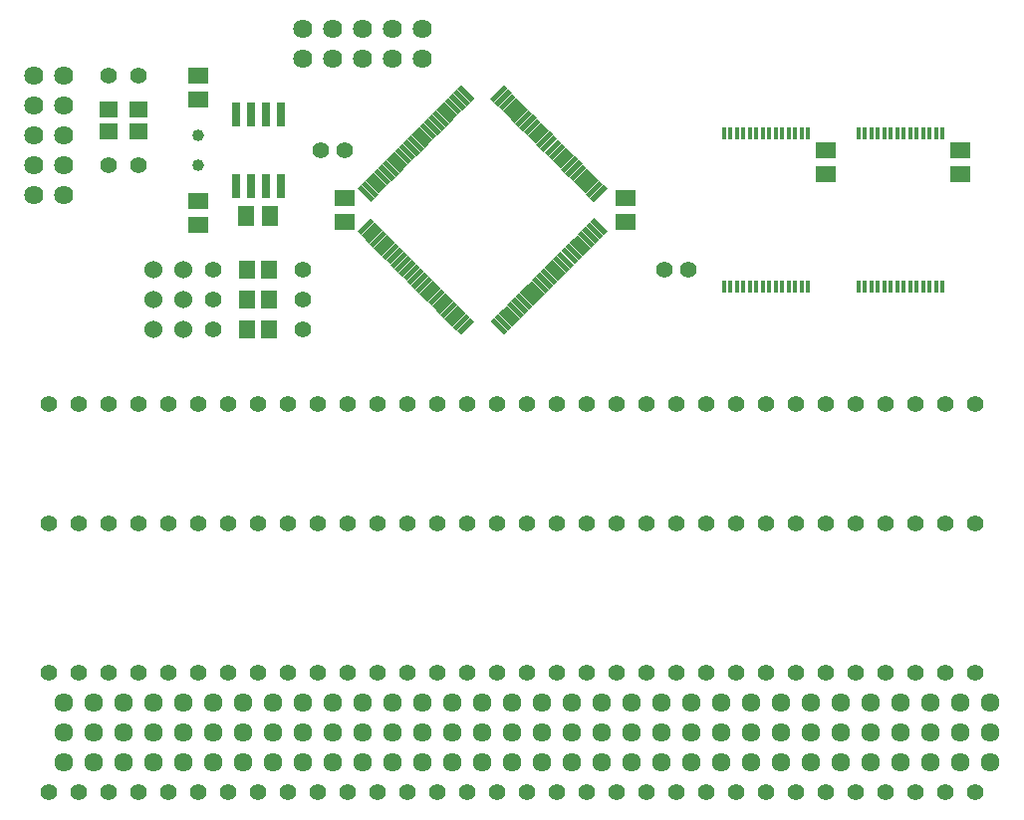
<source format=gbr>
G04 EAGLE Gerber RS-274X export*
G75*
%MOMM*%
%FSLAX34Y34*%
%LPD*%
%INSoldermask Top*%
%IPPOS*%
%AMOC8*
5,1,8,0,0,1.08239X$1,22.5*%
G01*
%ADD10R,1.601600X0.451600*%
%ADD11R,0.451600X1.601600*%
%ADD12C,1.422400*%
%ADD13C,1.524000*%
%ADD14R,1.701600X1.401600*%
%ADD15R,1.401600X1.701600*%
%ADD16C,1.625600*%
%ADD17C,1.009600*%
%ADD18R,0.350000X1.050000*%
%ADD19R,1.401600X1.601600*%
%ADD20R,1.601600X1.401600*%
%ADD21C,1.609600*%
%ADD22R,0.762000X2.133600*%


D10*
G36*
X352764Y497923D02*
X341440Y486599D01*
X338246Y489793D01*
X349570Y501117D01*
X352764Y497923D01*
G37*
G36*
X356300Y494387D02*
X344976Y483063D01*
X341782Y486257D01*
X353106Y497581D01*
X356300Y494387D01*
G37*
G36*
X359835Y490852D02*
X348511Y479528D01*
X345317Y482722D01*
X356641Y494046D01*
X359835Y490852D01*
G37*
G36*
X363371Y487316D02*
X352047Y475992D01*
X348853Y479186D01*
X360177Y490510D01*
X363371Y487316D01*
G37*
G36*
X366906Y483781D02*
X355582Y472457D01*
X352388Y475651D01*
X363712Y486975D01*
X366906Y483781D01*
G37*
G36*
X370442Y480245D02*
X359118Y468921D01*
X355924Y472115D01*
X367248Y483439D01*
X370442Y480245D01*
G37*
G36*
X373977Y476710D02*
X362653Y465386D01*
X359459Y468580D01*
X370783Y479904D01*
X373977Y476710D01*
G37*
G36*
X377513Y473174D02*
X366189Y461850D01*
X362995Y465044D01*
X374319Y476368D01*
X377513Y473174D01*
G37*
G36*
X381048Y469639D02*
X369724Y458315D01*
X366530Y461509D01*
X377854Y472833D01*
X381048Y469639D01*
G37*
G36*
X384584Y466103D02*
X373260Y454779D01*
X370066Y457973D01*
X381390Y469297D01*
X384584Y466103D01*
G37*
G36*
X388119Y462568D02*
X376795Y451244D01*
X373601Y454438D01*
X384925Y465762D01*
X388119Y462568D01*
G37*
G36*
X391655Y459032D02*
X380331Y447708D01*
X377137Y450902D01*
X388461Y462226D01*
X391655Y459032D01*
G37*
G36*
X395190Y455496D02*
X383866Y444172D01*
X380672Y447366D01*
X391996Y458690D01*
X395190Y455496D01*
G37*
G36*
X398726Y451961D02*
X387402Y440637D01*
X384208Y443831D01*
X395532Y455155D01*
X398726Y451961D01*
G37*
G36*
X402262Y448425D02*
X390938Y437101D01*
X387744Y440295D01*
X399068Y451619D01*
X402262Y448425D01*
G37*
G36*
X405797Y444890D02*
X394473Y433566D01*
X391279Y436760D01*
X402603Y448084D01*
X405797Y444890D01*
G37*
G36*
X409333Y441354D02*
X398009Y430030D01*
X394815Y433224D01*
X406139Y444548D01*
X409333Y441354D01*
G37*
G36*
X412868Y437819D02*
X401544Y426495D01*
X398350Y429689D01*
X409674Y441013D01*
X412868Y437819D01*
G37*
G36*
X416404Y434283D02*
X405080Y422959D01*
X401886Y426153D01*
X413210Y437477D01*
X416404Y434283D01*
G37*
G36*
X419939Y430748D02*
X408615Y419424D01*
X405421Y422618D01*
X416745Y433942D01*
X419939Y430748D01*
G37*
G36*
X423475Y427212D02*
X412151Y415888D01*
X408957Y419082D01*
X420281Y430406D01*
X423475Y427212D01*
G37*
G36*
X427010Y423677D02*
X415686Y412353D01*
X412492Y415547D01*
X423816Y426871D01*
X427010Y423677D01*
G37*
G36*
X430546Y420141D02*
X419222Y408817D01*
X416028Y412011D01*
X427352Y423335D01*
X430546Y420141D01*
G37*
G36*
X434081Y416606D02*
X422757Y405282D01*
X419563Y408476D01*
X430887Y419800D01*
X434081Y416606D01*
G37*
G36*
X437617Y413070D02*
X426293Y401746D01*
X423099Y404940D01*
X434423Y416264D01*
X437617Y413070D01*
G37*
D11*
G36*
X465901Y404940D02*
X462707Y401746D01*
X451383Y413070D01*
X454577Y416264D01*
X465901Y404940D01*
G37*
G36*
X469437Y408476D02*
X466243Y405282D01*
X454919Y416606D01*
X458113Y419800D01*
X469437Y408476D01*
G37*
G36*
X472972Y412011D02*
X469778Y408817D01*
X458454Y420141D01*
X461648Y423335D01*
X472972Y412011D01*
G37*
G36*
X476508Y415547D02*
X473314Y412353D01*
X461990Y423677D01*
X465184Y426871D01*
X476508Y415547D01*
G37*
G36*
X480043Y419082D02*
X476849Y415888D01*
X465525Y427212D01*
X468719Y430406D01*
X480043Y419082D01*
G37*
G36*
X483579Y422618D02*
X480385Y419424D01*
X469061Y430748D01*
X472255Y433942D01*
X483579Y422618D01*
G37*
G36*
X487114Y426153D02*
X483920Y422959D01*
X472596Y434283D01*
X475790Y437477D01*
X487114Y426153D01*
G37*
G36*
X490650Y429689D02*
X487456Y426495D01*
X476132Y437819D01*
X479326Y441013D01*
X490650Y429689D01*
G37*
G36*
X494185Y433224D02*
X490991Y430030D01*
X479667Y441354D01*
X482861Y444548D01*
X494185Y433224D01*
G37*
G36*
X497721Y436760D02*
X494527Y433566D01*
X483203Y444890D01*
X486397Y448084D01*
X497721Y436760D01*
G37*
G36*
X501256Y440295D02*
X498062Y437101D01*
X486738Y448425D01*
X489932Y451619D01*
X501256Y440295D01*
G37*
G36*
X504792Y443831D02*
X501598Y440637D01*
X490274Y451961D01*
X493468Y455155D01*
X504792Y443831D01*
G37*
G36*
X508328Y447366D02*
X505134Y444172D01*
X493810Y455496D01*
X497004Y458690D01*
X508328Y447366D01*
G37*
G36*
X511863Y450902D02*
X508669Y447708D01*
X497345Y459032D01*
X500539Y462226D01*
X511863Y450902D01*
G37*
G36*
X515399Y454438D02*
X512205Y451244D01*
X500881Y462568D01*
X504075Y465762D01*
X515399Y454438D01*
G37*
G36*
X518934Y457973D02*
X515740Y454779D01*
X504416Y466103D01*
X507610Y469297D01*
X518934Y457973D01*
G37*
G36*
X522470Y461509D02*
X519276Y458315D01*
X507952Y469639D01*
X511146Y472833D01*
X522470Y461509D01*
G37*
G36*
X526005Y465044D02*
X522811Y461850D01*
X511487Y473174D01*
X514681Y476368D01*
X526005Y465044D01*
G37*
G36*
X529541Y468580D02*
X526347Y465386D01*
X515023Y476710D01*
X518217Y479904D01*
X529541Y468580D01*
G37*
G36*
X533076Y472115D02*
X529882Y468921D01*
X518558Y480245D01*
X521752Y483439D01*
X533076Y472115D01*
G37*
G36*
X536612Y475651D02*
X533418Y472457D01*
X522094Y483781D01*
X525288Y486975D01*
X536612Y475651D01*
G37*
G36*
X540147Y479186D02*
X536953Y475992D01*
X525629Y487316D01*
X528823Y490510D01*
X540147Y479186D01*
G37*
G36*
X543683Y482722D02*
X540489Y479528D01*
X529165Y490852D01*
X532359Y494046D01*
X543683Y482722D01*
G37*
G36*
X547218Y486257D02*
X544024Y483063D01*
X532700Y494387D01*
X535894Y497581D01*
X547218Y486257D01*
G37*
G36*
X550754Y489793D02*
X547560Y486599D01*
X536236Y497923D01*
X539430Y501117D01*
X550754Y489793D01*
G37*
D10*
G36*
X550754Y526207D02*
X539430Y514883D01*
X536236Y518077D01*
X547560Y529401D01*
X550754Y526207D01*
G37*
G36*
X547218Y529743D02*
X535894Y518419D01*
X532700Y521613D01*
X544024Y532937D01*
X547218Y529743D01*
G37*
G36*
X543683Y533278D02*
X532359Y521954D01*
X529165Y525148D01*
X540489Y536472D01*
X543683Y533278D01*
G37*
G36*
X540147Y536814D02*
X528823Y525490D01*
X525629Y528684D01*
X536953Y540008D01*
X540147Y536814D01*
G37*
G36*
X536612Y540349D02*
X525288Y529025D01*
X522094Y532219D01*
X533418Y543543D01*
X536612Y540349D01*
G37*
G36*
X533076Y543885D02*
X521752Y532561D01*
X518558Y535755D01*
X529882Y547079D01*
X533076Y543885D01*
G37*
G36*
X529541Y547420D02*
X518217Y536096D01*
X515023Y539290D01*
X526347Y550614D01*
X529541Y547420D01*
G37*
G36*
X526005Y550956D02*
X514681Y539632D01*
X511487Y542826D01*
X522811Y554150D01*
X526005Y550956D01*
G37*
G36*
X522470Y554491D02*
X511146Y543167D01*
X507952Y546361D01*
X519276Y557685D01*
X522470Y554491D01*
G37*
G36*
X518934Y558027D02*
X507610Y546703D01*
X504416Y549897D01*
X515740Y561221D01*
X518934Y558027D01*
G37*
G36*
X515399Y561562D02*
X504075Y550238D01*
X500881Y553432D01*
X512205Y564756D01*
X515399Y561562D01*
G37*
G36*
X511863Y565098D02*
X500539Y553774D01*
X497345Y556968D01*
X508669Y568292D01*
X511863Y565098D01*
G37*
G36*
X508328Y568634D02*
X497004Y557310D01*
X493810Y560504D01*
X505134Y571828D01*
X508328Y568634D01*
G37*
G36*
X504792Y572169D02*
X493468Y560845D01*
X490274Y564039D01*
X501598Y575363D01*
X504792Y572169D01*
G37*
G36*
X501256Y575705D02*
X489932Y564381D01*
X486738Y567575D01*
X498062Y578899D01*
X501256Y575705D01*
G37*
G36*
X497721Y579240D02*
X486397Y567916D01*
X483203Y571110D01*
X494527Y582434D01*
X497721Y579240D01*
G37*
G36*
X494185Y582776D02*
X482861Y571452D01*
X479667Y574646D01*
X490991Y585970D01*
X494185Y582776D01*
G37*
G36*
X490650Y586311D02*
X479326Y574987D01*
X476132Y578181D01*
X487456Y589505D01*
X490650Y586311D01*
G37*
G36*
X487114Y589847D02*
X475790Y578523D01*
X472596Y581717D01*
X483920Y593041D01*
X487114Y589847D01*
G37*
G36*
X483579Y593382D02*
X472255Y582058D01*
X469061Y585252D01*
X480385Y596576D01*
X483579Y593382D01*
G37*
G36*
X480043Y596918D02*
X468719Y585594D01*
X465525Y588788D01*
X476849Y600112D01*
X480043Y596918D01*
G37*
G36*
X476508Y600453D02*
X465184Y589129D01*
X461990Y592323D01*
X473314Y603647D01*
X476508Y600453D01*
G37*
G36*
X472972Y603989D02*
X461648Y592665D01*
X458454Y595859D01*
X469778Y607183D01*
X472972Y603989D01*
G37*
G36*
X469437Y607524D02*
X458113Y596200D01*
X454919Y599394D01*
X466243Y610718D01*
X469437Y607524D01*
G37*
G36*
X465901Y611060D02*
X454577Y599736D01*
X451383Y602930D01*
X462707Y614254D01*
X465901Y611060D01*
G37*
D11*
G36*
X437617Y602930D02*
X434423Y599736D01*
X423099Y611060D01*
X426293Y614254D01*
X437617Y602930D01*
G37*
G36*
X434081Y599394D02*
X430887Y596200D01*
X419563Y607524D01*
X422757Y610718D01*
X434081Y599394D01*
G37*
G36*
X430546Y595859D02*
X427352Y592665D01*
X416028Y603989D01*
X419222Y607183D01*
X430546Y595859D01*
G37*
G36*
X427010Y592323D02*
X423816Y589129D01*
X412492Y600453D01*
X415686Y603647D01*
X427010Y592323D01*
G37*
G36*
X423475Y588788D02*
X420281Y585594D01*
X408957Y596918D01*
X412151Y600112D01*
X423475Y588788D01*
G37*
G36*
X419939Y585252D02*
X416745Y582058D01*
X405421Y593382D01*
X408615Y596576D01*
X419939Y585252D01*
G37*
G36*
X416404Y581717D02*
X413210Y578523D01*
X401886Y589847D01*
X405080Y593041D01*
X416404Y581717D01*
G37*
G36*
X412868Y578181D02*
X409674Y574987D01*
X398350Y586311D01*
X401544Y589505D01*
X412868Y578181D01*
G37*
G36*
X409333Y574646D02*
X406139Y571452D01*
X394815Y582776D01*
X398009Y585970D01*
X409333Y574646D01*
G37*
G36*
X405797Y571110D02*
X402603Y567916D01*
X391279Y579240D01*
X394473Y582434D01*
X405797Y571110D01*
G37*
G36*
X402262Y567575D02*
X399068Y564381D01*
X387744Y575705D01*
X390938Y578899D01*
X402262Y567575D01*
G37*
G36*
X398726Y564039D02*
X395532Y560845D01*
X384208Y572169D01*
X387402Y575363D01*
X398726Y564039D01*
G37*
G36*
X395190Y560504D02*
X391996Y557310D01*
X380672Y568634D01*
X383866Y571828D01*
X395190Y560504D01*
G37*
G36*
X391655Y556968D02*
X388461Y553774D01*
X377137Y565098D01*
X380331Y568292D01*
X391655Y556968D01*
G37*
G36*
X388119Y553432D02*
X384925Y550238D01*
X373601Y561562D01*
X376795Y564756D01*
X388119Y553432D01*
G37*
G36*
X384584Y549897D02*
X381390Y546703D01*
X370066Y558027D01*
X373260Y561221D01*
X384584Y549897D01*
G37*
G36*
X381048Y546361D02*
X377854Y543167D01*
X366530Y554491D01*
X369724Y557685D01*
X381048Y546361D01*
G37*
G36*
X377513Y542826D02*
X374319Y539632D01*
X362995Y550956D01*
X366189Y554150D01*
X377513Y542826D01*
G37*
G36*
X373977Y539290D02*
X370783Y536096D01*
X359459Y547420D01*
X362653Y550614D01*
X373977Y539290D01*
G37*
G36*
X370442Y535755D02*
X367248Y532561D01*
X355924Y543885D01*
X359118Y547079D01*
X370442Y535755D01*
G37*
G36*
X366906Y532219D02*
X363712Y529025D01*
X352388Y540349D01*
X355582Y543543D01*
X366906Y532219D01*
G37*
G36*
X363371Y528684D02*
X360177Y525490D01*
X348853Y536814D01*
X352047Y540008D01*
X363371Y528684D01*
G37*
G36*
X359835Y525148D02*
X356641Y521954D01*
X345317Y533278D01*
X348511Y536472D01*
X359835Y525148D01*
G37*
G36*
X356300Y521613D02*
X353106Y518419D01*
X341782Y529743D01*
X344976Y532937D01*
X356300Y521613D01*
G37*
G36*
X352764Y518077D02*
X349570Y514883D01*
X338246Y526207D01*
X341440Y529401D01*
X352764Y518077D01*
G37*
D12*
X152400Y622300D03*
X152400Y546100D03*
X127000Y622300D03*
X127000Y546100D03*
D13*
X165100Y457200D03*
X190500Y457200D03*
X165100Y431800D03*
X190500Y431800D03*
X165100Y406400D03*
X190500Y406400D03*
D12*
X292100Y457200D03*
X215900Y457200D03*
X292100Y431800D03*
X215900Y431800D03*
X292100Y406400D03*
X215900Y406400D03*
D14*
X736600Y558640D03*
X736600Y538640D03*
X850900Y558640D03*
X850900Y538640D03*
D15*
X244000Y502920D03*
X264000Y502920D03*
D14*
X327660Y518000D03*
X327660Y498000D03*
X566420Y518000D03*
X566420Y498000D03*
D12*
X619760Y457200D03*
X599440Y457200D03*
X327660Y558800D03*
X307340Y558800D03*
D16*
X393700Y661670D03*
X393700Y636270D03*
X368300Y661670D03*
X368300Y636270D03*
X342900Y661670D03*
X342900Y636270D03*
X317500Y661670D03*
X317500Y636270D03*
X292100Y661670D03*
X292100Y636270D03*
X88900Y520700D03*
X63500Y520700D03*
X88900Y546100D03*
X63500Y546100D03*
X88900Y571500D03*
X63500Y571500D03*
X88900Y596900D03*
X63500Y596900D03*
X88900Y622300D03*
X63500Y622300D03*
D12*
X863600Y241300D03*
X838200Y241300D03*
X812800Y241300D03*
X787400Y241300D03*
X762000Y241300D03*
X736600Y241300D03*
X711200Y241300D03*
X685800Y241300D03*
X660400Y241300D03*
X635000Y241300D03*
X609600Y241300D03*
X584200Y241300D03*
X558800Y241300D03*
X533400Y241300D03*
X508000Y241300D03*
X482600Y241300D03*
X457200Y241300D03*
X431800Y241300D03*
X406400Y241300D03*
X76200Y241300D03*
X76200Y12700D03*
X406400Y12700D03*
X431800Y12700D03*
X457200Y12700D03*
X482600Y12700D03*
X508000Y12700D03*
X533400Y12700D03*
X558800Y12700D03*
X584200Y12700D03*
X609600Y12700D03*
X635000Y12700D03*
X660400Y12700D03*
X685800Y12700D03*
X711200Y12700D03*
X736600Y12700D03*
X762000Y12700D03*
X787400Y12700D03*
X812800Y12700D03*
X838200Y12700D03*
X863600Y12700D03*
X381000Y241300D03*
X355600Y241300D03*
X330200Y241300D03*
X304800Y241300D03*
X279400Y241300D03*
X254000Y241300D03*
X228600Y241300D03*
X203200Y241300D03*
X177800Y241300D03*
X152400Y241300D03*
X127000Y241300D03*
X101600Y241300D03*
X381000Y12700D03*
X355600Y12700D03*
X330200Y12700D03*
X304800Y12700D03*
X279400Y12700D03*
X254000Y12700D03*
X228600Y12700D03*
X203200Y12700D03*
X177800Y12700D03*
X152400Y12700D03*
X127000Y12700D03*
X101600Y12700D03*
D17*
X203200Y571500D03*
X203200Y546100D03*
D14*
X203200Y515460D03*
X203200Y495460D03*
X203200Y602140D03*
X203200Y622140D03*
D18*
X683050Y573000D03*
X677550Y573000D03*
X672050Y573000D03*
X666550Y573000D03*
X661050Y573000D03*
X655550Y573000D03*
X650050Y573000D03*
X650050Y443000D03*
X655550Y443000D03*
X661050Y443000D03*
X666550Y443000D03*
X672050Y443000D03*
X677550Y443000D03*
X683050Y443000D03*
X688550Y443000D03*
X694050Y443000D03*
X699550Y443000D03*
X705050Y443000D03*
X710550Y443000D03*
X716050Y443000D03*
X721550Y443000D03*
X721550Y573000D03*
X716050Y573000D03*
X710550Y573000D03*
X705050Y573000D03*
X699550Y573000D03*
X694050Y573000D03*
X688550Y573000D03*
X797350Y573000D03*
X791850Y573000D03*
X786350Y573000D03*
X780850Y573000D03*
X775350Y573000D03*
X769850Y573000D03*
X764350Y573000D03*
X764350Y443000D03*
X769850Y443000D03*
X775350Y443000D03*
X780850Y443000D03*
X786350Y443000D03*
X791850Y443000D03*
X797350Y443000D03*
X802850Y443000D03*
X808350Y443000D03*
X813850Y443000D03*
X819350Y443000D03*
X824850Y443000D03*
X830350Y443000D03*
X835850Y443000D03*
X835850Y573000D03*
X830350Y573000D03*
X824850Y573000D03*
X819350Y573000D03*
X813850Y573000D03*
X808350Y573000D03*
X802850Y573000D03*
D19*
X244500Y457200D03*
X263500Y457200D03*
X244500Y431800D03*
X263500Y431800D03*
X244500Y406400D03*
X263500Y406400D03*
D20*
X152400Y574700D03*
X152400Y593700D03*
X127000Y574700D03*
X127000Y593700D03*
D12*
X863600Y342900D03*
X838200Y342900D03*
X812800Y342900D03*
X787400Y342900D03*
X762000Y342900D03*
X736600Y342900D03*
X711200Y342900D03*
X685800Y342900D03*
X660400Y342900D03*
X635000Y342900D03*
X609600Y342900D03*
X584200Y342900D03*
X558800Y342900D03*
X533400Y342900D03*
X508000Y342900D03*
X482600Y342900D03*
X457200Y342900D03*
X431800Y342900D03*
X406400Y342900D03*
X76200Y342900D03*
X76200Y114300D03*
X406400Y114300D03*
X431800Y114300D03*
X457200Y114300D03*
X482600Y114300D03*
X508000Y114300D03*
X533400Y114300D03*
X558800Y114300D03*
X584200Y114300D03*
X609600Y114300D03*
X635000Y114300D03*
X660400Y114300D03*
X685800Y114300D03*
X711200Y114300D03*
X736600Y114300D03*
X762000Y114300D03*
X787400Y114300D03*
X812800Y114300D03*
X838200Y114300D03*
X863600Y114300D03*
X381000Y342900D03*
X355600Y342900D03*
X330200Y342900D03*
X304800Y342900D03*
X279400Y342900D03*
X254000Y342900D03*
X228600Y342900D03*
X203200Y342900D03*
X177800Y342900D03*
X152400Y342900D03*
X127000Y342900D03*
X101600Y342900D03*
X381000Y114300D03*
X355600Y114300D03*
X330200Y114300D03*
X304800Y114300D03*
X279400Y114300D03*
X254000Y114300D03*
X228600Y114300D03*
X203200Y114300D03*
X177800Y114300D03*
X152400Y114300D03*
X127000Y114300D03*
X101600Y114300D03*
D21*
X876300Y38100D03*
X850900Y38100D03*
X825500Y38100D03*
X800100Y38100D03*
X774700Y38100D03*
X749300Y38100D03*
X723900Y38100D03*
X698500Y38100D03*
X673100Y38100D03*
X647700Y38100D03*
X622300Y38100D03*
X596900Y38100D03*
X571500Y38100D03*
X546100Y38100D03*
X520700Y38100D03*
X495300Y38100D03*
X469900Y38100D03*
X444500Y38100D03*
X419100Y38100D03*
X393700Y38100D03*
X368300Y38100D03*
X342900Y38100D03*
X317500Y38100D03*
X292100Y38100D03*
X266700Y38100D03*
X241300Y38100D03*
X215900Y38100D03*
X190500Y38100D03*
X165100Y38100D03*
X139700Y38100D03*
X114300Y38100D03*
X88900Y38100D03*
X876300Y88900D03*
X850900Y88900D03*
X825500Y88900D03*
X800100Y88900D03*
X774700Y88900D03*
X749300Y88900D03*
X723900Y88900D03*
X698500Y88900D03*
X673100Y88900D03*
X647700Y88900D03*
X622300Y88900D03*
X596900Y88900D03*
X571500Y88900D03*
X546100Y88900D03*
X520700Y88900D03*
X495300Y88900D03*
X469900Y88900D03*
X444500Y88900D03*
X419100Y88900D03*
X393700Y88900D03*
X368300Y88900D03*
X342900Y88900D03*
X317500Y88900D03*
X292100Y88900D03*
X266700Y88900D03*
X241300Y88900D03*
X215900Y88900D03*
X190500Y88900D03*
X165100Y88900D03*
X139700Y88900D03*
X114300Y88900D03*
X88900Y88900D03*
X876300Y63500D03*
X850900Y63500D03*
X825500Y63500D03*
X800100Y63500D03*
X774700Y63500D03*
X749300Y63500D03*
X723900Y63500D03*
X698500Y63500D03*
X673100Y63500D03*
X647700Y63500D03*
X622300Y63500D03*
X596900Y63500D03*
X571500Y63500D03*
X546100Y63500D03*
X520700Y63500D03*
X495300Y63500D03*
X469900Y63500D03*
X444500Y63500D03*
X419100Y63500D03*
X393700Y63500D03*
X368300Y63500D03*
X342900Y63500D03*
X317500Y63500D03*
X292100Y63500D03*
X266700Y63500D03*
X241300Y63500D03*
X215900Y63500D03*
X190500Y63500D03*
X165100Y63500D03*
X139700Y63500D03*
X114300Y63500D03*
X88900Y63500D03*
D22*
X234950Y528066D03*
X234950Y589534D03*
X247650Y528066D03*
X260350Y528066D03*
X247650Y589534D03*
X260350Y589534D03*
X273050Y528066D03*
X273050Y589534D03*
M02*

</source>
